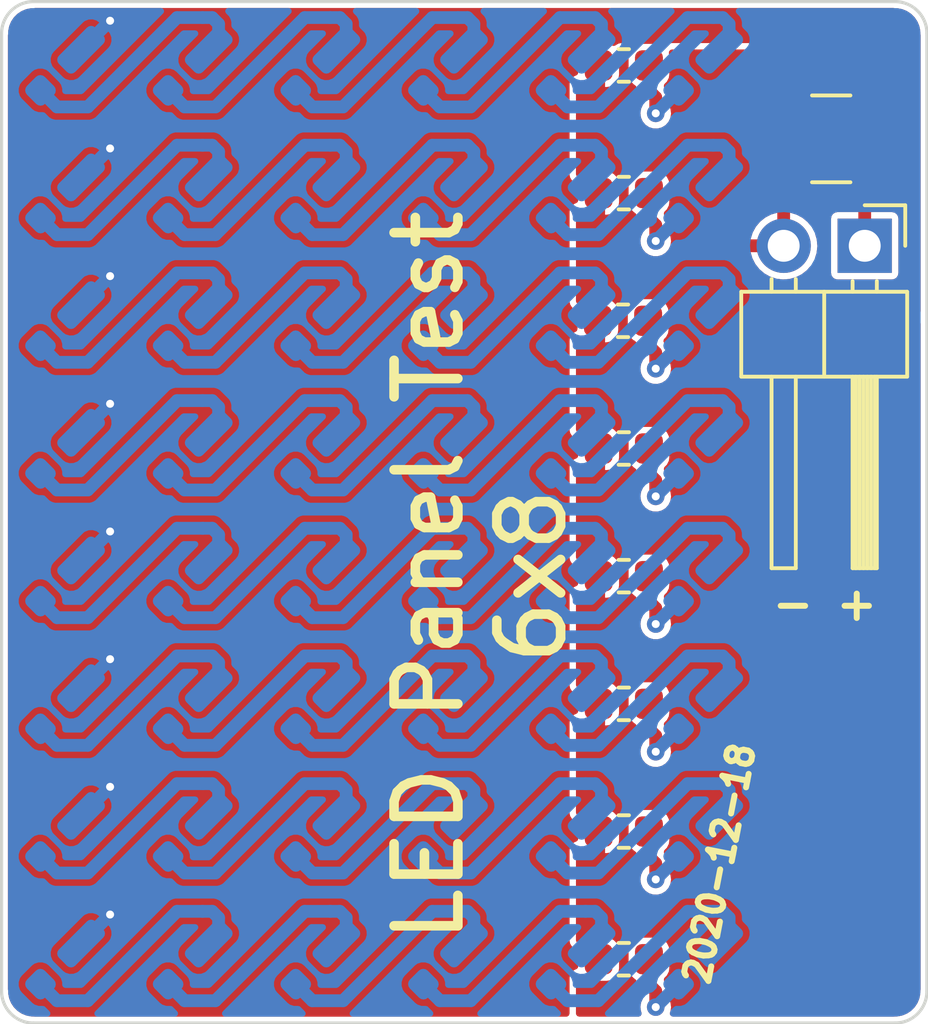
<source format=kicad_pcb>
(kicad_pcb (version 20201116) (generator pcbnew)
  (title_block (title "Led Panel") (date "2020-12-18") (rev "r1.0"))
  (layers (0 "F.Cu" signal) (31 "B.Cu" signal) (34 "B.Paste" user) (35 "F.Paste" user) (36 "B.SilkS" user "B.Silkscreen") (37 "F.SilkS" user "F.Silkscreen") (38 "B.Mask" user) (39 "F.Mask" user) (44 "Edge.Cuts" user))
  (net 0 "")
  (net 1 "GND")
  (net 2 "Net-(C1-Pad1)")
  (net 3 "Net-(D1-Pad1)")
  (net 4 "Net-(D5-Pad1)")
  (net 5 "Net-(D6-Pad1)")
  (net 6 "Net-(D7-Pad1)")
  (net 7 "Net-(D8-Pad1)")
  (net 8 "Net-(D2-Pad1)")
  (net 9 "Net-(D3-Pad1)")
  (net 10 "Net-(D4-Pad1)")
  (net 11 "Net-(D25-Pad1)")
  (net 12 "Net-(D26-Pad1)")
  (net 13 "Net-(D27-Pad1)")
  (net 14 "Net-(D10-Pad2)")
  (net 15 "Net-(D10-Pad1)")
  (net 16 "Net-(D11-Pad1)")
  (net 17 "Net-(D12-Pad1)")
  (net 18 "Net-(D13-Pad1)")
  (net 19 "Net-(D14-Pad1)")
  (net 20 "Net-(D15-Pad1)")
  (net 21 "Net-(D28-Pad1)")
  (net 22 "Net-(D16-Pad1)")
  (net 23 "Net-(D17-Pad1)")
  (net 24 "Net-(D29-Pad1)")
  (net 25 "Net-(D19-Pad1)")
  (net 26 "Net-(D20-Pad1)")
  (net 27 "Net-(D21-Pad1)")
  (net 28 "Net-(D30-Pad1)")
  (net 29 "Net-(D22-Pad1)")
  (net 30 "Net-(D23-Pad1)")
  (net 31 "Net-(D31-Pad1)")
  (net 32 "Net-(D18-Pad1)")
  (net 33 "Net-(D24-Pad1)")
  (net 34 "Net-(D32-Pad1)")
  (net 35 "Net-(D33-Pad1)")
  (net 36 "Net-(D34-Pad1)")
  (net 37 "Net-(D35-Pad1)")
  (net 38 "Net-(D36-Pad1)")
  (net 39 "Net-(D37-Pad1)")
  (net 40 "Net-(D38-Pad1)")
  (net 41 "Net-(D39-Pad1)")
  (net 42 "Net-(D40-Pad1)")
  (net 43 "Net-(D41-Pad1)")
  (net 44 "Net-(D42-Pad1)")
  (net 45 "Net-(D43-Pad1)")
  (net 46 "Net-(D44-Pad1)")
  (net 47 "Net-(D45-Pad1)")
  (net 48 "Net-(D46-Pad1)")
  (net 49 "Net-(D47-Pad1)")
  (net 50 "Net-(D48-Pad1)")
  (footprint "Resistor_SMD:R_0603_1608Metric" (layer "F.Cu") (at 177.5 100)
    (fp_text reference "R4" hide)
    (fp_text value "10R" hide)
  )
  (footprint "Resistor_SMD:R_0603_1608Metric" (layer "F.Cu") (at 177.5 112)
    (fp_text reference "R7" hide)
    (fp_text value "10R" hide)
  )
  (footprint "Resistor_SMD:R_0603_1608Metric" (layer "F.Cu") (at 177.5 92)
    (fp_text reference "R2" hide)
    (fp_text value "10R" hide)
  )
  (footprint "Connector_PinHeader_2.54mm:PinHeader_1x02_P2.54mm_Horizontal" (layer "F.Cu") (at 185.05 93.65 -90)
    (fp_text reference "J1" hide)
    (fp_text value "Conn_01x02_Male" hide)
  )
  (footprint "Resistor_SMD:R_0603_1608Metric" (layer "F.Cu") (at 177.475 96)
    (fp_text reference "R3" hide)
    (fp_text value "10R" hide)
  )
  (footprint "Capacitor_SMD:C_1210_3225Metric" (layer "F.Cu") (at 184 90.3 180)
    (fp_text reference "C1" hide)
    (fp_text value "22uF" hide)
  )
  (footprint "gkl_logos:gsd_logo_small" (layer "F.Cu") (at 184.5 116.5)
    (fp_text reference "G***" hide)
    (fp_text value "LOGO" hide)
  )
  (footprint "gkl_logos:oshw_small" (layer "F.Cu") (at 182.5 113)
    (fp_text reference "G***" hide)
    (fp_text value "LOGO" hide)
  )
  (footprint "Resistor_SMD:R_0603_1608Metric" (layer "F.Cu") (at 177.5 116)
    (fp_text reference "R8" hide)
    (fp_text value "10R" hide)
  )
  (footprint "Resistor_SMD:R_0603_1608Metric" (layer "F.Cu") (at 177.5 108)
    (fp_text reference "R6" hide)
    (fp_text value "10R" hide)
  )
  (footprint "Resistor_SMD:R_0603_1608Metric" (layer "F.Cu") (at 177.5 104)
    (fp_text reference "R5" hide)
    (fp_text value "10R" hide)
  )
  (footprint "Resistor_SMD:R_0603_1608Metric" (layer "F.Cu") (at 177.5 88)
    (fp_text reference "R1" hide)
    (fp_text value "10R" hide)
  )
  (footprint "gsd-footprints:LED_LUXEON_3014" (layer "B.Cu") (at 172 112 45)
    (fp_text reference "D40" hide)
    (fp_text value "LED_ALT" hide)
  )
  (footprint "gsd-footprints:LED_LUXEON_3014" (layer "B.Cu") (at 172 100 45)
    (fp_text reference "D22" hide)
    (fp_text value "LED_ALT" hide)
  )
  (footprint "gsd-footprints:LED_LUXEON_3014" (layer "B.Cu") (at 160 92 45)
    (fp_text reference "D7" hide)
    (fp_text value "LED_ALT" hide)
  )
  (footprint "gsd-footprints:LED_LUXEON_3014" (layer "B.Cu") (at 180 92 45)
    (fp_text reference "D12" hide)
    (fp_text value "LED_ALT" hide)
  )
  (footprint "gsd-footprints:LED_LUXEON_3014" (layer "B.Cu") (at 168 104 45)
    (fp_text reference "D27" hide)
    (fp_text value "LED_ALT" hide)
  )
  (footprint "gsd-footprints:LED_LUXEON_3014" (layer "B.Cu") (at 176 112 45)
    (fp_text reference "D41" hide)
    (fp_text value "LED_ALT" hide)
  )
  (footprint "gsd-footprints:LED_LUXEON_3014" (layer "B.Cu") (at 176 108 45)
    (fp_text reference "D35" hide)
    (fp_text value "LED_ALT" hide)
  )
  (footprint "gsd-footprints:LED_LUXEON_3014" (layer "B.Cu") (at 168 100 45)
    (fp_text reference "D21" hide)
    (fp_text value "LED_ALT" hide)
  )
  (footprint "gsd-footprints:LED_LUXEON_3014" (layer "B.Cu") (at 172 108 45)
    (fp_text reference "D34" hide)
    (fp_text value "LED_ALT" hide)
  )
  (footprint "gsd-footprints:LED_LUXEON_3014" (layer "B.Cu") (at 160 112 45)
    (fp_text reference "D37" hide)
    (fp_text value "LED_ALT" hide)
  )
  (footprint "gsd-footprints:LED_LUXEON_3014" (layer "B.Cu") (at 164 100 45)
    (fp_text reference "D20" hide)
    (fp_text value "LED_ALT" hide)
  )
  (footprint "gsd-footprints:LED_LUXEON_3014" (layer "B.Cu") (at 164 96 45)
    (fp_text reference "D14" hide)
    (fp_text value "LED_ALT" hide)
  )
  (footprint "gsd-footprints:LED_LUXEON_3014" (layer "B.Cu") (at 160 116 45)
    (fp_text reference "D43" hide)
    (fp_text value "LED_ALT" hide)
  )
  (footprint "gsd-footprints:LED_LUXEON_3014" (layer "B.Cu") (at 160 104 45)
    (fp_text reference "D25" hide)
    (fp_text value "LED_ALT" hide)
  )
  (footprint "gsd-footprints:LED_LUXEON_3014" (layer "B.Cu") (at 176 100 45)
    (fp_text reference "D23" hide)
    (fp_text value "LED_ALT" hide)
  )
  (footprint "gsd-footprints:LED_LUXEON_3014" (layer "B.Cu") (at 164 108 45)
    (fp_text reference "D32" hide)
    (fp_text value "LED_ALT" hide)
  )
  (footprint "gsd-footprints:LED_LUXEON_3014" (layer "B.Cu") (at 160 88 45)
    (fp_text reference "D1" hide)
    (fp_text value "LED_ALT" hide)
  )
  (footprint "gsd-footprints:LED_LUXEON_3014" (layer "B.Cu") (at 176 88 45)
    (fp_text reference "D5" hide)
    (fp_text value "LED_ALT" hide)
  )
  (footprint "gsd-footprints:LED_LUXEON_3014" (layer "B.Cu") (at 164 88 45)
    (fp_text reference "D2" hide)
    (fp_text value "LED_ALT" hide)
  )
  (footprint "gsd-footprints:LED_LUXEON_3014" (layer "B.Cu") (at 160 96 45)
    (fp_text reference "D13" hide)
    (fp_text value "LED_ALT" hide)
  )
  (footprint "gsd-footprints:LED_LUXEON_3014" (layer "B.Cu") (at 180 100 45)
    (fp_text reference "D24" hide)
    (fp_text value "LED_ALT" hide)
  )
  (footprint "gsd-footprints:LED_LUXEON_3014" (layer "B.Cu") (at 164 112 45)
    (fp_text reference "D38" hide)
    (fp_text value "LED_ALT" hide)
  )
  (footprint "gsd-footprints:LED_LUXEON_3014" (layer "B.Cu") (at 176 92 45)
    (fp_text reference "D11" hide)
    (fp_text value "LED_ALT" hide)
  )
  (footprint "gsd-footprints:LED_LUXEON_3014" (layer "B.Cu") (at 180 104 45)
    (fp_text reference "D30" hide)
    (fp_text value "LED_ALT" hide)
  )
  (footprint "gsd-footprints:LED_LUXEON_3014" (layer "B.Cu") (at 180 88 45)
    (fp_text reference "D6" hide)
    (fp_text value "LED_ALT" hide)
  )
  (footprint "gsd-footprints:LED_LUXEON_3014" (layer "B.Cu") (at 180 116 45)
    (fp_text reference "D48" hide)
    (fp_text value "LED_ALT" hide)
  )
  (footprint "gsd-footprints:LED_LUXEON_3014" (layer "B.Cu") (at 176 104 45)
    (fp_text reference "D29" hide)
    (fp_text value "LED_ALT" hide)
  )
  (footprint "gsd-footprints:LED_LUXEON_3014" (layer "B.Cu") (at 172 88 45)
    (fp_text reference "D4" hide)
    (fp_text value "LED_ALT" hide)
  )
  (footprint "gsd-footprints:LED_LUXEON_3014" (layer "B.Cu") (at 168 96 45)
    (fp_text reference "D15" hide)
    (fp_text value "LED_ALT" hide)
  )
  (footprint "gsd-footprints:LED_LUXEON_3014" (layer "B.Cu") (at 164 92 45)
    (fp_text reference "D8" hide)
    (fp_text value "LED_ALT" hide)
  )
  (footprint "gsd-footprints:LED_LUXEON_3014" (layer "B.Cu") (at 164 104 45)
    (fp_text reference "D26" hide)
    (fp_text value "LED_ALT" hide)
  )
  (footprint "gsd-footprints:LED_LUXEON_3014" (layer "B.Cu") (at 164 116 45)
    (fp_text reference "D44" hide)
    (fp_text value "LED_ALT" hide)
  )
  (footprint "gsd-footprints:LED_LUXEON_3014" (layer "B.Cu") (at 168 116 45)
    (fp_text reference "D45" hide)
    (fp_text value "LED_ALT" hide)
  )
  (footprint "gsd-footprints:LED_LUXEON_3014" (layer "B.Cu") (at 180 108 45)
    (fp_text reference "D36" hide)
    (fp_text value "LED_ALT" hide)
  )
  (footprint "gsd-footprints:LED_LUXEON_3014" (layer "B.Cu") (at 160 100 45)
    (fp_text reference "D19" hide)
    (fp_text value "LED_ALT" hide)
  )
  (footprint "gsd-footprints:LED_LUXEON_3014" (layer "B.Cu") (at 168 88 45)
    (fp_text reference "D3" hide)
    (fp_text value "LED_ALT" hide)
  )
  (footprint "gsd-footprints:LED_LUXEON_3014" (layer "B.Cu") (at 176 116 45)
    (fp_text reference "D47" hide)
    (fp_text value "LED_ALT" hide)
  )
  (footprint "gsd-footprints:LED_LUXEON_3014" (layer "B.Cu") (at 168 92 45)
    (fp_text reference "D9" hide)
    (fp_text value "LED_ALT" hide)
  )
  (footprint "gsd-footprints:LED_LUXEON_3014" (layer "B.Cu") (at 168 112 45)
    (fp_text reference "D39" hide)
    (fp_text value "LED_ALT" hide)
  )
  (footprint "gsd-footprints:LED_LUXEON_3014" (layer "B.Cu") (at 160 108 45)
    (fp_text reference "D31" hide)
    (fp_text value "LED_ALT" hide)
  )
  (footprint "gsd-footprints:LED_LUXEON_3014" (layer "B.Cu") (at 172 116 45)
    (fp_text reference "D46" hide)
    (fp_text value "LED_ALT" hide)
  )
  (footprint "gsd-footprints:LED_LUXEON_3014" (layer "B.Cu") (at 180 112 45)
    (fp_text reference "D42" hide)
    (fp_text value "LED_ALT" hide)
  )
  (footprint "gsd-footprints:LED_LUXEON_3014" (layer "B.Cu") (at 180 96 45)
    (fp_text reference "D18" hide)
    (fp_text value "LED_ALT" hide)
  )
  (footprint "gsd-footprints:LED_LUXEON_3014" (layer "B.Cu") (at 172 92 45)
    (fp_text reference "D10" hide)
    (fp_text value "LED_ALT" hide)
  )
  (footprint "gsd-footprints:LED_LUXEON_3014" (layer "B.Cu") (at 168 108 45)
    (fp_text reference "D33" hide)
    (fp_text value "LED_ALT" hide)
  )
  (footprint "gsd-footprints:LED_LUXEON_3014" (layer "B.Cu") (at 172 104 45)
    (fp_text reference "D28" hide)
    (fp_text value "LED_ALT" hide)
  )
  (footprint "gsd-footprints:LED_LUXEON_3014" (layer "B.Cu") (at 172 96 45)
    (fp_text reference "D16" hide)
    (fp_text value "LED_ALT" hide)
  )
  (footprint "gsd-footprints:LED_LUXEON_3014" (layer "B.Cu") (at 176 96 45)
    (fp_text reference "D17" hide)
    (fp_text value "LED_ALT" hide)
  )
  (gr_line (start 159 86) (end 186 86) (layer "Edge.Cuts") (width 0.1))
  (gr_arc (start 158.999999 87) (end 159 86) (angle -90) (layer "Edge.Cuts") (width 0.1))
  (gr_arc (start 186 117) (end 186 118) (angle -90) (layer "Edge.Cuts") (width 0.1))
  (gr_arc (start 159 117) (end 158 117) (angle -90) (layer "Edge.Cuts") (width 0.1))
  (gr_arc (start 186 87) (end 187 87) (angle -90) (layer "Edge.Cuts") (width 0.1))
  (gr_line (start 186 118) (end 159 118) (layer "Edge.Cuts") (width 0.1))
  (gr_line (start 158 117) (end 157.999999 87.000001) (layer "Edge.Cuts") (width 0.1))
  (gr_line (start 187 87) (end 187 117) (layer "Edge.Cuts") (width 0.1))
  (gr_text "2020-12-18" (at 180.5 113 79) (layer "F.SilkS") (effects (font (size 0.8 0.75) (thickness 0.1875))))
  (gr_text "LED Panel Test\n6x8" (at 173 104 90) (layer "F.SilkS") (effects (font (size 2 2) (thickness 0.3))))
  (gr_text "+ -" (at 183.8 105 180) (layer "F.SilkS") (effects (font (size 1 1) (thickness 0.1875))))
  (segment (start 176.7125 94.5125) (end 176.7125 116) (width 0.4) (layer "F.Cu") (net 1))
  (segment (start 182.6 90.3) (end 182.6 92.1) (width 0.4) (layer "F.Cu") (net 1))
  (segment (start 180.55 93.65) (end 179.6875 94.5125) (width 0.4) (layer "F.Cu") (net 1))
  (segment (start 182.6 92.1) (end 182.51 92.19) (width 0.4) (layer "F.Cu") (net 1))
  (segment (start 182.51 93.65) (end 180.55 93.65) (width 0.4) (layer "F.Cu") (net 1))
  (segment (start 176.7125 88) (end 176.7125 94.5125) (width 0.4) (layer "F.Cu") (net 1))
  (segment (start 179.6875 94.5125) (end 176.7125 94.5125) (width 0.4) (layer "F.Cu") (net 1))
  (segment (start 182.51 92.19) (end 182.51 93.65) (width 0.4) (layer "F.Cu") (net 1))
  (segment (start 165.6 88.6) (end 161.4 88.6) (width 0.4) (layer "F.Cu") (net 2))
  (segment (start 161.4 86.6) (end 161.4 88.6) (width 0.4) (layer "F.Cu") (net 2))
  (segment (start 181.5 86.8) (end 184 86.8) (width 0.4) (layer "F.Cu") (net 2))
  (segment (start 161.4 90.6) (end 161.4 114.6) (width 0.4) (layer "F.Cu") (net 2))
  (segment (start 185.05 91.95) (end 185.05 93.65) (width 0.4) (layer "F.Cu") (net 2))
  (segment (start 184 86.8) (end 185.4 88.2) (width 0.4) (layer "F.Cu") (net 2))
  (segment (start 181.5 86.8) (end 167.4 86.8) (width 0.4) (layer "F.Cu") (net 2))
  (segment (start 167.4 86.8) (end 165.6 88.6) (width 0.4) (layer "F.Cu") (net 2))
  (segment (start 185.4 88.2) (end 185.4 90.3) (width 0.4) (layer "F.Cu") (net 2))
  (segment (start 185.4 90.3) (end 185.4 91.6) (width 0.4) (layer "F.Cu") (net 2))
  (segment (start 185.4 91.6) (end 185.05 91.95) (width 0.4) (layer "F.Cu") (net 2))
  (segment (start 161.4 88.6) (end 161.4 90.6) (width 0.4) (layer "F.Cu") (net 2))
  (via (at 161.4 86.6) (size 0.55) (drill 0.25) (layers "F.Cu" "B.Cu") (net 2))
  (via (at 161.4 110.6) (size 0.55) (drill 0.25) (layers "F.Cu" "B.Cu") (net 2))
  (via (at 161.4 114.6) (size 0.55) (drill 0.25) (layers "F.Cu" "B.Cu") (net 2))
  (via (at 161.4 90.6) (size 0.55) (drill 0.25) (layers "F.Cu" "B.Cu") (net 2))
  (via (at 161.4 94.6) (size 0.55) (drill 0.25) (layers "F.Cu" "B.Cu") (net 2))
  (via (at 161.4 106.6) (size 0.55) (drill 0.25) (layers "F.Cu" "B.Cu") (net 2))
  (via (at 161.4 98.6) (size 0.55) (drill 0.25) (layers "F.Cu" "B.Cu") (net 2))
  (via (at 161.4 102.6) (size 0.55) (drill 0.25) (layers "F.Cu" "B.Cu") (net 2))
  (segment (start 160.491439 103.508561) (end 161.4 102.6) (width 0.4) (layer "B.Cu") (net 2))
  (segment (start 160.491439 111.508561) (end 161.4 110.6) (width 0.4) (layer "B.Cu") (net 2))
  (segment (start 160.491439 95.508561) (end 161.4 94.6) (width 0.4) (layer "B.Cu") (net 2))
  (segment (start 160.491439 99.508561) (end 161.4 98.6) (width 0.4) (layer "B.Cu") (net 2))
  (segment (start 160.491439 115.508561) (end 161.4 114.6) (width 0.4) (layer "B.Cu") (net 2))
  (segment (start 160.491439 107.508561) (end 161.4 106.6) (width 0.4) (layer "B.Cu") (net 2))
  (segment (start 160.491439 87.508561) (end 161.4 86.6) (width 0.4) (layer "B.Cu") (net 2))
  (segment (start 160.491439 91.508561) (end 161.4 90.6) (width 0.4) (layer "B.Cu") (net 2))
  (segment (start 164.3 86.5) (end 164.6 86.5) (width 0.4) (layer "B.Cu") (net 3))
  (segment (start 164.3 86.5) (end 163.5 86.5) (width 0.4) (layer "B.Cu") (net 3))
  (segment (start 160.7 89.3) (end 159.737294 89.3) (width 0.4) (layer "B.Cu") (net 3))
  (segment (start 164.6 86.5) (end 164.8 86.7) (width 0.4) (layer "B.Cu") (net 3))
  (segment (start 164.8 87.2) (end 164.8 86.7) (width 0.4) (layer "B.Cu") (net 3))
  (segment (start 164.491439 87.508561) (end 164.8 87.2) (width 0.4) (layer "B.Cu") (net 3))
  (segment (start 163.5 86.5) (end 160.7 89.3) (width 0.4) (layer "B.Cu") (net 3))
  (segment (start 159.737294 89.3) (end 159.218647 88.781353) (width 0.4) (layer "B.Cu") (net 3))
  (segment (start 180.8 87.2) (end 180.8 86.7) (width 0.4) (layer "B.Cu") (net 4))
  (segment (start 176.7 89.3) (end 175.737294 89.3) (width 0.4) (layer "B.Cu") (net 4))
  (segment (start 180.491439 87.508561) (end 180.8 87.2) (width 0.4) (layer "B.Cu") (net 4))
  (segment (start 179.5 86.5) (end 176.7 89.3) (width 0.4) (layer "B.Cu") (net 4))
  (segment (start 180.3 86.5) (end 179.5 86.5) (width 0.4) (layer "B.Cu") (net 4))
  (segment (start 180.3 86.5) (end 180.6 86.5) (width 0.4) (layer "B.Cu") (net 4))
  (segment (start 180.6 86.5) (end 180.8 86.7) (width 0.4) (layer "B.Cu") (net 4))
  (segment (start 175.737294 89.3) (end 175.218647 88.781353) (width 0.4) (layer "B.Cu") (net 4))
  (segment (start 178.5 89) (end 178.5 89.5) (width 0.4) (layer "F.Cu") (net 5))
  (segment (start 178.2875 88) (end 178.3 88.0125) (width 0.4) (layer "F.Cu") (net 5))
  (segment (start 178.3 88.0125) (end 178.3 88.8) (width 0.4) (layer "F.Cu") (net 5))
  (segment (start 178.3 88.8) (end 178.5 89) (width 0.4) (layer "F.Cu") (net 5))
  (via (at 178.5 89.5) (size 0.55) (drill 0.25) (layers "F.Cu" "B.Cu") (net 5))
  (segment (start 178.5 89.5) (end 179.218647 88.781353) (width 0.4) (layer "B.Cu") (net 5))
  (segment (start 164.3 90.5) (end 164.6 90.5) (width 0.4) (layer "B.Cu") (net 6))
  (segment (start 164.6 90.5) (end 164.8 90.7) (width 0.4) (layer "B.Cu") (net 6))
  (segment (start 159.737294 93.3) (end 159.218647 92.781353) (width 0.4) (layer "B.Cu") (net 6))
  (segment (start 164.3 90.5) (end 163.5 90.5) (width 0.4) (layer "B.Cu") (net 6))
  (segment (start 160.7 93.3) (end 159.737294 93.3) (width 0.4) (layer "B.Cu") (net 6))
  (segment (start 164.491439 91.508561) (end 164.8 91.2) (width 0.4) (layer "B.Cu") (net 6))
  (segment (start 163.5 90.5) (end 160.7 93.3) (width 0.4) (layer "B.Cu") (net 6))
  (segment (start 164.8 91.2) (end 164.8 90.7) (width 0.4) (layer "B.Cu") (net 6))
  (segment (start 164.7 93.3) (end 163.737294 93.3) (width 0.4) (layer "B.Cu") (net 7))
  (segment (start 168.491439 91.508561) (end 168.8 91.2) (width 0.4) (layer "B.Cu") (net 7))
  (segment (start 168.8 91.2) (end 168.8 90.7) (width 0.4) (layer "B.Cu") (net 7))
  (segment (start 163.737294 93.3) (end 163.218647 92.781353) (width 0.4) (layer "B.Cu") (net 7))
  (segment (start 168.3 90.5) (end 168.6 90.5) (width 0.4) (layer "B.Cu") (net 7))
  (segment (start 168.6 90.5) (end 168.8 90.7) (width 0.4) (layer "B.Cu") (net 7))
  (segment (start 167.5 90.5) (end 164.7 93.3) (width 0.4) (layer "B.Cu") (net 7))
  (segment (start 168.3 90.5) (end 167.5 90.5) (width 0.4) (layer "B.Cu") (net 7))
  (segment (start 168.3 86.5) (end 168.6 86.5) (width 0.4) (layer "B.Cu") (net 8))
  (segment (start 168.3 86.5) (end 167.5 86.5) (width 0.4) (layer "B.Cu") (net 8))
  (segment (start 168.6 86.5) (end 168.8 86.7) (width 0.4) (layer "B.Cu") (net 8))
  (segment (start 163.737294 89.3) (end 163.218647 88.781353) (width 0.4) (layer "B.Cu") (net 8))
  (segment (start 168.491439 87.508561) (end 168.8 87.2) (width 0.4) (layer "B.Cu") (net 8))
  (segment (start 164.7 89.3) (end 163.737294 89.3) (width 0.4) (layer "B.Cu") (net 8))
  (segment (start 167.5 86.5) (end 164.7 89.3) (width 0.4) (layer "B.Cu") (net 8))
  (segment (start 168.8 87.2) (end 168.8 86.7) (width 0.4) (layer "B.Cu") (net 8))
  (segment (start 171.5 86.5) (end 168.7 89.3) (width 0.4) (layer "B.Cu") (net 9))
  (segment (start 172.6 86.5) (end 172.8 86.7) (width 0.4) (layer "B.Cu") (net 9))
  (segment (start 167.737294 89.3) (end 167.218647 88.781353) (width 0.4) (layer "B.Cu") (net 9))
  (segment (start 172.8 87.2) (end 172.8 86.7) (width 0.4) (layer "B.Cu") (net 9))
  (segment (start 172.3 86.5) (end 172.6 86.5) (width 0.4) (layer "B.Cu") (net 9))
  (segment (start 172.3 86.5) (end 171.5 86.5) (width 0.4) (layer "B.Cu") (net 9))
  (segment (start 168.7 89.3) (end 167.737294 89.3) (width 0.4) (layer "B.Cu") (net 9))
  (segment (start 172.491439 87.508561) (end 172.8 87.2) (width 0.4) (layer "B.Cu") (net 9))
  (segment (start 176.3 86.5) (end 176.6 86.5) (width 0.4) (layer "B.Cu") (net 10))
  (segment (start 176.6 86.5) (end 176.8 86.7) (width 0.4) (layer "B.Cu") (net 10))
  (segment (start 176.8 87.2) (end 176.8 86.7) (width 0.4) (layer "B.Cu") (net 10))
  (segment (start 176.3 86.5) (end 175.5 86.5) (width 0.4) (layer "B.Cu") (net 10))
  (segment (start 176.491439 87.508561) (end 176.8 87.2) (width 0.4) (layer "B.Cu") (net 10))
  (segment (start 172.7 89.3) (end 171.737294 89.3) (width 0.4) (layer "B.Cu") (net 10))
  (segment (start 175.5 86.5) (end 172.7 89.3) (width 0.4) (layer "B.Cu") (net 10))
  (segment (start 171.737294 89.3) (end 171.218647 88.781353) (width 0.4) (layer "B.Cu") (net 10))
  (segment (start 164.491439 103.508561) (end 164.8 103.2) (width 0.4) (layer "B.Cu") (net 11))
  (segment (start 160.7 105.3) (end 159.737294 105.3) (width 0.4) (layer "B.Cu") (net 11))
  (segment (start 163.5 102.5) (end 160.7 105.3) (width 0.4) (layer "B.Cu") (net 11))
  (segment (start 164.3 102.5) (end 163.5 102.5) (width 0.4) (layer "B.Cu") (net 11))
  (segment (start 164.8 103.2) (end 164.8 102.7) (width 0.4) (layer "B.Cu") (net 11))
  (segment (start 164.6 102.5) (end 164.8 102.7) (width 0.4) (layer "B.Cu") (net 11))
  (segment (start 159.737294 105.3) (end 159.218647 104.781353) (width 0.4) (layer "B.Cu") (net 11))
  (segment (start 164.3 102.5) (end 164.6 102.5) (width 0.4) (layer "B.Cu") (net 11))
  (segment (start 164.7 105.3) (end 163.737294 105.3) (width 0.4) (layer "B.Cu") (net 12))
  (segment (start 163.737294 105.3) (end 163.218647 104.781353) (width 0.4) (layer "B.Cu") (net 12))
  (segment (start 168.3 102.5) (end 168.6 102.5) (width 0.4) (layer "B.Cu") (net 12))
  (segment (start 168.491439 103.508561) (end 168.8 103.2) (width 0.4) (layer "B.Cu") (net 12))
  (segment (start 168.8 103.2) (end 168.8 102.7) (width 0.4) (layer "B.Cu") (net 12))
  (segment (start 168.6 102.5) (end 168.8 102.7) (width 0.4) (layer "B.Cu") (net 12))
  (segment (start 167.5 102.5) (end 164.7 105.3) (width 0.4) (layer "B.Cu") (net 12))
  (segment (start 168.3 102.5) (end 167.5 102.5) (width 0.4) (layer "B.Cu") (net 12))
  (segment (start 167.737294 105.3) (end 167.218647 104.781353) (width 0.4) (layer "B.Cu") (net 13))
  (segment (start 172.6 102.5) (end 172.8 102.7) (width 0.4) (layer "B.Cu") (net 13))
  (segment (start 171.5 102.5) (end 168.7 105.3) (width 0.4) (layer "B.Cu") (net 13))
  (segment (start 172.3 102.5) (end 171.5 102.5) (width 0.4) (layer "B.Cu") (net 13))
  (segment (start 168.7 105.3) (end 167.737294 105.3) (width 0.4) (layer "B.Cu") (net 13))
  (segment (start 172.8 103.2) (end 172.8 102.7) (width 0.4) (layer "B.Cu") (net 13))
  (segment (start 172.3 102.5) (end 172.6 102.5) (width 0.4) (layer "B.Cu") (net 13))
  (segment (start 172.491439 103.508561) (end 172.8 103.2) (width 0.4) (layer "B.Cu") (net 13))
  (segment (start 172.6 90.5) (end 172.8 90.7) (width 0.4) (layer "B.Cu") (net 14))
  (segment (start 171.5 90.5) (end 168.7 93.3) (width 0.4) (layer "B.Cu") (net 14))
  (segment (start 172.3 90.5) (end 172.6 90.5) (width 0.4) (layer "B.Cu") (net 14))
  (segment (start 172.3 90.5) (end 171.5 90.5) (width 0.4) (layer "B.Cu") (net 14))
  (segment (start 172.491439 91.508561) (end 172.8 91.2) (width 0.4) (layer "B.Cu") (net 14))
  (segment (start 167.737294 93.3) (end 167.218647 92.781353) (width 0.4) (layer "B.Cu") (net 14))
  (segment (start 172.8 91.2) (end 172.8 90.7) (width 0.4) (layer "B.Cu") (net 14))
  (segment (start 168.7 93.3) (end 167.737294 93.3) (width 0.4) (layer "B.Cu") (net 14))
  (segment (start 176.491439 91.508561) (end 176.8 91.2) (width 0.4) (layer "B.Cu") (net 15))
  (segment (start 176.8 91.2) (end 176.8 90.7) (width 0.4) (layer "B.Cu") (net 15))
  (segment (start 176.3 90.5) (end 176.6 90.5) (width 0.4) (layer "B.Cu") (net 15))
  (segment (start 176.6 90.5) (end 176.8 90.7) (width 0.4) (layer "B.Cu") (net 15))
  (segment (start 175.5 90.5) (end 172.7 93.3) (width 0.4) (layer "B.Cu") (net 15))
  (segment (start 172.7 93.3) (end 171.737294 93.3) (width 0.4) (layer "B.Cu") (net 15))
  (segment (start 176.3 90.5) (end 175.5 90.5) (width 0.4) (layer "B.Cu") (net 15))
  (segment (start 171.737294 93.3) (end 171.218647 92.781353) (width 0.4) (layer "B.Cu") (net 15))
  (segment (start 175.737294 93.3) (end 175.218647 92.781353) (width 0.4) (layer "B.Cu") (net 16))
  (segment (start 180.491439 91.508561) (end 180.8 91.2) (width 0.4) (layer "B.Cu") (net 16))
  (segment (start 180.3 90.5) (end 179.5 90.5) (width 0.4) (layer "B.Cu") (net 16))
  (segment (start 180.3 90.5) (end 180.6 90.5) (width 0.4) (layer "B.Cu") (net 16))
  (segment (start 176.7 93.3) (end 175.737294 93.3) (width 0.4) (layer "B.Cu") (net 16))
  (segment (start 180.6 90.5) (end 180.8 90.7) (width 0.4) (layer "B.Cu") (net 16))
  (segment (start 180.8 91.2) (end 180.8 90.7) (width 0.4) (layer "B.Cu") (net 16))
  (segment (start 179.5 90.5) (end 176.7 93.3) (width 0.4) (layer "B.Cu") (net 16))
  (segment (start 178.2875 92) (end 178.3 92.0125) (width 0.4) (layer "F.Cu") (net 17))
  (segment (start 178.3 92.8) (end 178.5 93) (width 0.4) (layer "F.Cu") (net 17))
  (segment (start 178.5 93) (end 178.5 93.5) (width 0.4) (layer "F.Cu") (net 17))
  (segment (start 178.3 92.0125) (end 178.3 92.8) (width 0.4) (layer "F.Cu") (net 17))
  (via (at 178.5 93.5) (size 0.55) (drill 0.25) (layers "F.Cu" "B.Cu") (net 17))
  (segment (start 178.5 93.5) (end 179.218647 92.781353) (width 0.4) (layer "B.Cu") (net 17))
  (segment (start 159.737294 97.3) (end 159.218647 96.781353) (width 0.4) (layer "B.Cu") (net 18))
  (segment (start 164.491439 95.508561) (end 164.8 95.2) (width 0.4) (layer "B.Cu") (net 18))
  (segment (start 164.6 94.5) (end 164.8 94.7) (width 0.4) (layer "B.Cu") (net 18))
  (segment (start 164.8 95.2) (end 164.8 94.7) (width 0.4) (layer "B.Cu") (net 18))
  (segment (start 163.5 94.5) (end 160.7 97.3) (width 0.4) (layer "B.Cu") (net 18))
  (segment (start 164.3 94.5) (end 163.5 94.5) (width 0.4) (layer "B.Cu") (net 18))
  (segment (start 160.7 97.3) (end 159.737294 97.3) (width 0.4) (layer "B.Cu") (net 18))
  (segment (start 164.3 94.5) (end 164.6 94.5) (width 0.4) (layer "B.Cu") (net 18))
  (segment (start 164.7 97.3) (end 163.737294 97.3) (width 0.4) (layer "B.Cu") (net 19))
  (segment (start 167.5 94.5) (end 164.7 97.3) (width 0.4) (layer "B.Cu") (net 19))
  (segment (start 168.6 94.5) (end 168.8 94.7) (width 0.4) (layer "B.Cu") (net 19))
  (segment (start 168.491439 95.508561) (end 168.8 95.2) (width 0.4) (layer "B.Cu") (net 19))
  (segment (start 168.3 94.5) (end 168.6 94.5) (width 0.4) (layer "B.Cu") (net 19))
  (segment (start 163.737294 97.3) (end 163.218647 96.781353) (width 0.4) (layer "B.Cu") (net 19))
  (segment (start 168.3 94.5) (end 167.5 94.5) (width 0.4) (layer "B.Cu") (net 19))
  (segment (start 168.8 95.2) (end 168.8 94.7) (width 0.4) (layer "B.Cu") (net 19))
  (segment (start 172.491439 95.508561) (end 172.8 95.2) (width 0.4) (layer "B.Cu") (net 20))
  (segment (start 171.5 94.5) (end 168.7 97.3) (width 0.4) (layer "B.Cu") (net 20))
  (segment (start 172.6 94.5) (end 172.8 94.7) (width 0.4) (layer "B.Cu") (net 20))
  (segment (start 168.7 97.3) (end 167.737294 97.3) (width 0.4) (layer "B.Cu") (net 20))
  (segment (start 172.3 94.5) (end 171.5 94.5) (width 0.4) (layer "B.Cu") (net 20))
  (segment (start 172.8 95.2) (end 172.8 94.7) (width 0.4) (layer "B.Cu") (net 20))
  (segment (start 172.3 94.5) (end 172.6 94.5) (width 0.4) (layer "B.Cu") (net 20))
  (segment (start 167.737294 97.3) (end 167.218647 96.781353) (width 0.4) (layer "B.Cu") (net 20))
  (segment (start 176.8 103.2) (end 176.8 102.7) (width 0.4) (layer "B.Cu") (net 21))
  (segment (start 176.3 102.5) (end 175.5 102.5) (width 0.4) (layer "B.Cu") (net 21))
  (segment (start 176.3 102.5) (end 176.6 102.5) (width 0.4) (layer "B.Cu") (net 21))
  (segment (start 176.491439 103.508561) (end 176.8 103.2) (width 0.4) (layer "B.Cu") (net 21))
  (segment (start 172.7 105.3) (end 171.737294 105.3) (width 0.4) (layer "B.Cu") (net 21))
  (segment (start 175.5 102.5) (end 172.7 105.3) (width 0.4) (layer "B.Cu") (net 21))
  (segment (start 176.6 102.5) (end 176.8 102.7) (width 0.4) (layer "B.Cu") (net 21))
  (segment (start 171.737294 105.3) (end 171.218647 104.781353) (width 0.4) (layer "B.Cu") (net 21))
  (segment (start 172.7 97.3) (end 171.737294 97.3) (width 0.4) (layer "B.Cu") (net 22))
  (segment (start 176.491439 95.508561) (end 176.8 95.2) (width 0.4) (layer "B.Cu") (net 22))
  (segment (start 176.3 94.5) (end 175.5 94.5) (width 0.4) (layer "B.Cu") (net 22))
  (segment (start 171.737294 97.3) (end 171.218647 96.781353) (width 0.4) (layer "B.Cu") (net 22))
  (segment (start 176.8 95.2) (end 176.8 94.7) (width 0.4) (layer "B.Cu") (net 22))
  (segment (start 176.6 94.5) (end 176.8 94.7) (width 0.4) (layer "B.Cu") (net 22))
  (segment (start 176.3 94.5) (end 176.6 94.5) (width 0.4) (layer "B.Cu") (net 22))
  (segment (start 175.5 94.5) (end 172.7 97.3) (width 0.4) (layer "B.Cu") (net 22))
  (segment (start 180.491439 95.508561) (end 180.8 95.2) (width 0.4) (layer "B.Cu") (net 23))
  (segment (start 180.3 94.5) (end 180.6 94.5) (width 0.4) (layer "B.Cu") (net 23))
  (segment (start 180.3 94.5) (end 179.5 94.5) (width 0.4) (layer "B.Cu") (net 23))
  (segment (start 176.7 97.3) (end 175.737294 97.3) (width 0.4) (layer "B.Cu") (net 23))
  (segment (start 180.8 95.2) (end 180.8 94.7) (width 0.4) (layer "B.Cu") (net 23))
  (segment (start 175.737294 97.3) (end 175.218647 96.781353) (width 0.4) (layer "B.Cu") (net 23))
  (segment (start 179.5 94.5) (end 176.7 97.3) (width 0.4) (layer "B.Cu") (net 23))
  (segment (start 180.6 94.5) (end 180.8 94.7) (width 0.4) (layer "B.Cu") (net 23))
  (segment (start 180.491439 103.508561) (end 180.8 103.2) (width 0.4) (layer "B.Cu") (net 24))
  (segment (start 180.8 103.2) (end 180.8 102.7) (width 0.4) (layer "B.Cu") (net 24))
  (segment (start 180.3 102.5) (end 179.5 102.5) (width 0.4) (layer "B.Cu") (net 24))
  (segment (start 175.737294 105.3) (end 175.218647 104.781353) (width 0.4) (layer "B.Cu") (net 24))
  (segment (start 180.6 102.5) (end 180.8 102.7) (width 0.4) (layer "B.Cu") (net 24))
  (segment (start 179.5 102.5) (end 176.7 105.3) (width 0.4) (layer "B.Cu") (net 24))
  (segment (start 180.3 102.5) (end 180.6 102.5) (width 0.4) (layer "B.Cu") (net 24))
  (segment (start 176.7 105.3) (end 175.737294 105.3) (width 0.4) (layer "B.Cu") (net 24))
  (segment (start 160.7 101.3) (end 159.737294 101.3) (width 0.4) (layer "B.Cu") (net 25))
  (segment (start 164.8 99.2) (end 164.8 98.7) (width 0.4) (layer "B.Cu") (net 25))
  (segment (start 164.491439 99.508561) (end 164.8 99.2) (width 0.4) (layer "B.Cu") (net 25))
  (segment (start 159.737294 101.3) (end 159.218647 100.781353) (width 0.4) (layer "B.Cu") (net 25))
  (segment (start 164.6 98.5) (end 164.8 98.7) (width 0.4) (layer "B.Cu") (net 25))
  (segment (start 163.5 98.5) (end 160.7 101.3) (width 0.4) (layer "B.Cu") (net 25))
  (segment (start 164.3 98.5) (end 164.6 98.5) (width 0.4) (layer "B.Cu") (net 25))
  (segment (start 164.3 98.5) (end 163.5 98.5) (width 0.4) (layer "B.Cu") (net 25))
  (segment (start 163.737294 101.3) (end 163.218647 100.781353) (width 0.4) (layer "B.Cu") (net 26))
  (segment (start 167.5 98.5) (end 164.7 101.3) (width 0.4) (layer "B.Cu") (net 26))
  (segment (start 164.7 101.3) (end 163.737294 101.3) (width 0.4) (layer "B.Cu") (net 26))
  (segment (start 168.3 98.5) (end 167.5 98.5) (width 0.4) (layer "B.Cu") (net 26))
  (segment (start 168.3 98.5) (end 168.6 98.5) (width 0.4) (layer "B.Cu") (net 26))
  (segment (start 168.491439 99.508561) (end 168.8 99.2) (width 0.4) (layer "B.Cu") (net 26))
  (segment (start 168.8 99.2) (end 168.8 98.7) (width 0.4) (layer "B.Cu") (net 26))
  (segment (start 168.6 98.5) (end 168.8 98.7) (width 0.4) (layer "B.Cu") (net 26))
  (segment (start 167.737294 101.3) (end 167.218647 100.781353) (width 0.4) (layer "B.Cu") (net 27))
  (segment (start 172.491439 99.508561) (end 172.8 99.2) (width 0.4) (layer "B.Cu") (net 27))
  (segment (start 172.8 99.2) (end 172.8 98.7) (width 0.4) (layer "B.Cu") (net 27))
  (segment (start 172.3 98.5) (end 172.6 98.5) (width 0.4) (layer "B.Cu") (net 27))
  (segment (start 172.6 98.5) (end 172.8 98.7) (width 0.4) (layer "B.Cu") (net 27))
  (segment (start 172.3 98.5) (end 171.5 98.5) (width 0.4) (layer "B.Cu") (net 27))
  (segment (start 168.7 101.3) (end 167.737294 101.3) (width 0.4) (layer "B.Cu") (net 27))
  (segment (start 171.5 98.5) (end 168.7 101.3) (width 0.4) (layer "B.Cu") (net 27))
  (segment (start 178.3 104.0125) (end 178.3 104.8) (width 0.4) (layer "F.Cu") (net 28))
  (segment (start 178.2875 104) (end 178.3 104.0125) (width 0.4) (layer "F.Cu") (net 28))
  (segment (start 178.5 105) (end 178.5 105.5) (width 0.4) (layer "F.Cu") (net 28))
  (segment (start 178.3 104.8) (end 178.5 105) (width 0.4) (layer "F.Cu") (net 28))
  (via (at 178.5 105.5) (size 0.55) (drill 0.25) (layers "F.Cu" "B.Cu") (net 28))
  (segment (start 178.5 105.5) (end 179.218647 104.781353) (width 0.4) (layer "B.Cu") (net 28))
  (segment (start 176.491439 99.508561) (end 176.8 99.2) (width 0.4) (layer "B.Cu") (net 29))
  (segment (start 176.3 98.5) (end 176.6 98.5) (width 0.4) (layer "B.Cu") (net 29))
  (segment (start 176.8 99.2) (end 176.8 98.7) (width 0.4) (layer "B.Cu") (net 29))
  (segment (start 176.6 98.5) (end 176.8 98.7) (width 0.4) (layer "B.Cu") (net 29))
  (segment (start 175.5 98.5) (end 172.7 101.3) (width 0.4) (layer "B.Cu") (net 29))
  (segment (start 171.737294 101.3) (end 171.218647 100.781353) (width 0.4) (layer "B.Cu") (net 29))
  (segment (start 172.7 101.3) (end 171.737294 101.3) (width 0.4) (layer "B.Cu") (net 29))
  (segment (start 176.3 98.5) (end 175.5 98.5) (width 0.4) (layer "B.Cu") (net 29))
  (segment (start 180.8 99.2) (end 180.8 98.7) (width 0.4) (layer "B.Cu") (net 30))
  (segment (start 180.3 98.5) (end 180.6 98.5) (width 0.4) (layer "B.Cu") (net 30))
  (segment (start 180.3 98.5) (end 179.5 98.5) (width 0.4) (layer "B.Cu") (net 30))
  (segment (start 180.491439 99.508561) (end 180.8 99.2) (width 0.4) (layer "B.Cu") (net 30))
  (segment (start 180.6 98.5) (end 180.8 98.7) (width 0.4) (layer "B.Cu") (net 30))
  (segment (start 175.737294 101.3) (end 175.218647 100.781353) (width 0.4) (layer "B.Cu") (net 30))
  (segment (start 176.7 101.3) (end 175.737294 101.3) (width 0.4) (layer "B.Cu") (net 30))
  (segment (start 179.5 98.5) (end 176.7 101.3) (width 0.4) (layer "B.Cu") (net 30))
  (segment (start 164.3 106.5) (end 163.5 106.5) (width 0.4) (layer "B.Cu") (net 31))
  (segment (start 159.737294 109.3) (end 159.218647 108.781353) (width 0.4) (layer "B.Cu") (net 31))
  (segment (start 164.491439 107.508561) (end 164.8 107.2) (width 0.4) (layer "B.Cu") (net 31))
  (segment (start 163.5 106.5) (end 160.7 109.3) (width 0.4) (layer "B.Cu") (net 31))
  (segment (start 164.3 106.5) (end 164.6 106.5) (width 0.4) (layer "B.Cu") (net 31))
  (segment (start 160.7 109.3) (end 159.737294 109.3) (width 0.4) (layer "B.Cu") (net 31))
  (segment (start 164.8 107.2) (end 164.8 106.7) (width 0.4) (layer "B.Cu") (net 31))
  (segment (start 164.6 106.5) (end 164.8 106.7) (width 0.4) (layer "B.Cu") (net 31))
  (segment (start 178.3 96.8) (end 178.5 97) (width 0.4) (layer "F.Cu") (net 32))
  (segment (start 178.2875 96) (end 178.3 96.0125) (width 0.4) (layer "F.Cu") (net 32))
  (segment (start 178.5 97) (end 178.5 97.5) (width 0.4) (layer "F.Cu") (net 32))
  (segment (start 178.3 96.0125) (end 178.3 96.8) (width 0.4) (layer "F.Cu") (net 32))
  (via (at 178.5 97.5) (size 0.55) (drill 0.25) (layers "F.Cu" "B.Cu") (net 32))
  (segment (start 178.5 97.5) (end 179.218647 96.781353) (width 0.4) (layer "B.Cu") (net 32))
  (segment (start 178.3 100.0125) (end 178.3 100.8) (width 0.4) (layer "F.Cu") (net 33))
  (segment (start 178.5 101) (end 178.5 101.5) (width 0.4) (layer "F.Cu") (net 33))
  (segment (start 178.3 100.8) (end 178.5 101) (width 0.4) (layer "F.Cu") (net 33))
  (segment (start 178.2875 100) (end 178.3 100.0125) (width 0.4) (layer "F.Cu") (net 33))
  (via (at 178.5 101.5) (size 0.55) (drill 0.25) (layers "F.Cu" "B.Cu") (net 33))
  (segment (start 178.5 101.5) (end 179.218647 100.781353) (width 0.4) (layer "B.Cu") (net 33))
  (segment (start 163.737294 109.3) (end 163.218647 108.781353) (width 0.4) (layer "B.Cu") (net 34))
  (segment (start 167.5 106.5) (end 164.7 109.3) (width 0.4) (layer "B.Cu") (net 34))
  (segment (start 168.491439 107.508561) (end 168.8 107.2) (width 0.4) (layer "B.Cu") (net 34))
  (segment (start 164.7 109.3) (end 163.737294 109.3) (width 0.4) (layer "B.Cu") (net 34))
  (segment (start 168.3 106.5) (end 167.5 106.5) (width 0.4) (layer "B.Cu") (net 34))
  (segment (start 168.3 106.5) (end 168.6 106.5) (width 0.4) (layer "B.Cu") (net 34))
  (segment (start 168.8 107.2) (end 168.8 106.7) (width 0.4) (layer "B.Cu") (net 34))
  (segment (start 168.6 106.5) (end 168.8 106.7) (width 0.4) (layer "B.Cu") (net 34))
  (segment (start 171.5 106.5) (end 168.7 109.3) (width 0.4) (layer "B.Cu") (net 35))
  (segment (start 167.737294 109.3) (end 167.218647 108.781353) (width 0.4) (layer "B.Cu") (net 35))
  (segment (start 168.7 109.3) (end 167.737294 109.3) (width 0.4) (layer "B.Cu") (net 35))
  (segment (start 172.8 107.2) (end 172.8 106.7) (width 0.4) (layer "B.Cu") (net 35))
  (segment (start 172.6 106.5) (end 172.8 106.7) (width 0.4) (layer "B.Cu") (net 35))
  (segment (start 172.491439 107.508561) (end 172.8 107.2) (width 0.4) (layer "B.Cu") (net 35))
  (segment (start 172.3 106.5) (end 172.6 106.5) (width 0.4) (layer "B.Cu") (net 35))
  (segment (start 172.3 106.5) (end 171.5 106.5) (width 0.4) (layer "B.Cu") (net 35))
  (segment (start 171.737294 109.3) (end 171.218647 108.781353) (width 0.4) (layer "B.Cu") (net 36))
  (segment (start 176.6 106.5) (end 176.8 106.7) (width 0.4) (layer "B.Cu") (net 36))
  (segment (start 175.5 106.5) (end 172.7 109.3) (width 0.4) (layer "B.Cu") (net 36))
  (segment (start 176.3 106.5) (end 175.5 106.5) (width 0.4) (layer "B.Cu") (net 36))
  (segment (start 176.491439 107.508561) (end 176.8 107.2) (width 0.4) (layer "B.Cu") (net 36))
  (segment (start 172.7 109.3) (end 171.737294 109.3) (width 0.4) (layer "B.Cu") (net 36))
  (segment (start 176.8 107.2) (end 176.8 106.7) (width 0.4) (layer "B.Cu") (net 36))
  (segment (start 176.3 106.5) (end 176.6 106.5) (width 0.4) (layer "B.Cu") (net 36))
  (segment (start 176.7 109.3) (end 175.737294 109.3) (width 0.4) (layer "B.Cu") (net 37))
  (segment (start 180.3 106.5) (end 179.5 106.5) (width 0.4) (layer "B.Cu") (net 37))
  (segment (start 180.3 106.5) (end 180.6 106.5) (width 0.4) (layer "B.Cu") (net 37))
  (segment (start 180.491439 107.508561) (end 180.8 107.2) (width 0.4) (layer "B.Cu") (net 37))
  (segment (start 175.737294 109.3) (end 175.218647 108.781353) (width 0.4) (layer "B.Cu") (net 37))
  (segment (start 180.8 107.2) (end 180.8 106.7) (width 0.4) (layer "B.Cu") (net 37))
  (segment (start 179.5 106.5) (end 176.7 109.3) (width 0.4) (layer "B.Cu") (net 37))
  (segment (start 180.6 106.5) (end 180.8 106.7) (width 0.4) (layer "B.Cu") (net 37))
  (segment (start 178.2875 108) (end 178.3 108.0125) (width 0.4) (layer "F.Cu") (net 38))
  (segment (start 178.3 108.0125) (end 178.3 108.8) (width 0.4) (layer "F.Cu") (net 38))
  (segment (start 178.5 109) (end 178.5 109.5) (width 0.4) (layer "F.Cu") (net 38))
  (segment (start 178.3 108.8) (end 178.5 109) (width 0.4) (layer "F.Cu") (net 38))
  (via (at 178.5 109.5) (size 0.55) (drill 0.25) (layers "F.Cu" "B.Cu") (net 38))
  (segment (start 178.5 109.5) (end 179.218647 108.781353) (width 0.4) (layer "B.Cu") (net 38))
  (segment (start 163.5 110.5) (end 160.7 113.3) (width 0.4) (layer "B.Cu") (net 39))
  (segment (start 164.3 110.5) (end 164.6 110.5) (width 0.4) (layer "B.Cu") (net 39))
  (segment (start 164.3 110.5) (end 163.5 110.5) (width 0.4) (layer "B.Cu") (net 39))
  (segment (start 164.8 111.2) (end 164.8 110.7) (width 0.4) (layer "B.Cu") (net 39))
  (segment (start 164.491439 111.508561) (end 164.8 111.2) (width 0.4) (layer "B.Cu") (net 39))
  (segment (start 160.7 113.3) (end 159.737294 113.3) (width 0.4) (layer "B.Cu") (net 39))
  (segment (start 164.6 110.5) (end 164.8 110.7) (width 0.4) (layer "B.Cu") (net 39))
  (segment (start 159.737294 113.3) (end 159.218647 112.781353) (width 0.4) (layer "B.Cu") (net 39))
  (segment (start 167.5 110.5) (end 164.7 113.3) (width 0.4) (layer "B.Cu") (net 40))
  (segment (start 168.3 110.5) (end 167.5 110.5) (width 0.4) (layer "B.Cu") (net 40))
  (segment (start 168.6 110.5) (end 168.8 110.7) (width 0.4) (layer "B.Cu") (net 40))
  (segment (start 163.737294 113.3) (end 163.218647 112.781353) (width 0.4) (layer "B.Cu") (net 40))
  (segment (start 168.8 111.2) (end 168.8 110.7) (width 0.4) (layer "B.Cu") (net 40))
  (segment (start 168.491439 111.508561) (end 168.8 111.2) (width 0.4) (layer "B.Cu") (net 40))
  (segment (start 168.3 110.5) (end 168.6 110.5) (width 0.4) (layer "B.Cu") (net 40))
  (segment (start 164.7 113.3) (end 163.737294 113.3) (width 0.4) (layer "B.Cu") (net 40))
  (segment (start 172.491439 111.508561) (end 172.8 111.2) (width 0.4) (layer "B.Cu") (net 41))
  (segment (start 172.8 111.2) (end 172.8 110.7) (width 0.4) (layer "B.Cu") (net 41))
  (segment (start 171.5 110.5) (end 168.7 113.3) (width 0.4) (layer "B.Cu") (net 41))
  (segment (start 172.3 110.5) (end 171.5 110.5) (width 0.4) (layer "B.Cu") (net 41))
  (segment (start 168.7 113.3) (end 167.737294 113.3) (width 0.4) (layer "B.Cu") (net 41))
  (segment (start 172.6 110.5) (end 172.8 110.7) (width 0.4) (layer "B.Cu") (net 41))
  (segment (start 172.3 110.5) (end 172.6 110.5) (width 0.4) (layer "B.Cu") (net 41))
  (segment (start 167.737294 113.3) (end 167.218647 112.781353) (width 0.4) (layer "B.Cu") (net 41))
  (segment (start 176.8 111.2) (end 176.8 110.7) (width 0.4) (layer "B.Cu") (net 42))
  (segment (start 175.5 110.5) (end 172.7 113.3) (width 0.4) (layer "B.Cu") (net 42))
  (segment (start 176.3 110.5) (end 176.6 110.5) (width 0.4) (layer "B.Cu") (net 42))
  (segment (start 176.491439 111.508561) (end 176.8 111.2) (width 0.4) (layer "B.Cu") (net 42))
  (segment (start 176.6 110.5) (end 176.8 110.7) (width 0.4) (layer "B.Cu") (net 42))
  (segment (start 172.7 113.3) (end 171.737294 113.3) (width 0.4) (layer "B.Cu") (net 42))
  (segment (start 176.3 110.5) (end 175.5 110.5) (width 0.4) (layer "B.Cu") (net 42))
  (segment (start 171.737294 113.3) (end 171.218647 112.781353) (width 0.4) (layer "B.Cu") (net 42))
  (segment (start 180.3 110.5) (end 179.5 110.5) (width 0.4) (layer "B.Cu") (net 43))
  (segment (start 180.6 110.5) (end 180.8 110.7) (width 0.4) (layer "B.Cu") (net 43))
  (segment (start 180.3 110.5) (end 180.6 110.5) (width 0.4) (layer "B.Cu") (net 43))
  (segment (start 180.8 111.2) (end 180.8 110.7) (width 0.4) (layer "B.Cu") (net 43))
  (segment (start 180.491439 111.508561) (end 180.8 111.2) (width 0.4) (layer "B.Cu") (net 43))
  (segment (start 179.5 110.5) (end 176.7 113.3) (width 0.4) (layer "B.Cu") (net 43))
  (segment (start 175.737294 113.3) (end 175.218647 112.781353) (width 0.4) (layer "B.Cu") (net 43))
  (segment (start 176.7 113.3) (end 175.737294 113.3) (width 0.4) (layer "B.Cu") (net 43))
  (segment (start 178.3 112.0125) (end 178.3 112.8) (width 0.4) (layer "F.Cu") (net 44))
  (segment (start 178.5 113) (end 178.5 113.5) (width 0.4) (layer "F.Cu") (net 44))
  (segment (start 178.2875 112) (end 178.3 112.0125) (width 0.4) (layer "F.Cu") (net 44))
  (segment (start 178.3 112.8) (end 178.5 113) (width 0.4) (layer "F.Cu") (net 44))
  (via (at 178.5 113.5) (size 0.55) (drill 0.25) (layers "F.Cu" "B.Cu") (net 44))
  (segment (start 178.5 113.5) (end 179.218647 112.781353) (width 0.4) (layer "B.Cu") (net 44))
  (segment (start 164.6 114.5) (end 164.8 114.7) (width 0.4) (layer "B.Cu") (net 45))
  (segment (start 164.3 114.5) (end 163.5 114.5) (width 0.4) (layer "B.Cu") (net 45))
  (segment (start 164.8 115.2) (end 164.8 114.7) (width 0.4) (layer "B.Cu") (net 45))
  (segment (start 164.3 114.5) (end 164.6 114.5) (width 0.4) (layer "B.Cu") (net 45))
  (segment (start 163.5 114.5) (end 160.7 117.3) (width 0.4) (layer "B.Cu") (net 45))
  (segment (start 160.7 117.3) (end 159.737294 117.3) (width 0.4) (layer "B.Cu") (net 45))
  (segment (start 159.737294 117.3) (end 159.218647 116.781353) (width 0.4) (layer "B.Cu") (net 45))
  (segment (start 164.491439 115.508561) (end 164.8 115.2) (width 0.4) (layer "B.Cu") (net 45))
  (segment (start 164.7 117.3) (end 163.737294 117.3) (width 0.4) (layer "B.Cu") (net 46))
  (segment (start 168.491439 115.508561) (end 168.8 115.2) (width 0.4) (layer "B.Cu") (net 46))
  (segment (start 167.5 114.5) (end 164.7 117.3) (width 0.4) (layer "B.Cu") (net 46))
  (segment (start 168.3 114.5) (end 168.6 114.5) (width 0.4) (layer "B.Cu") (net 46))
  (segment (start 168.6 114.5) (end 168.8 114.7) (width 0.4) (layer "B.Cu") (net 46))
  (segment (start 168.3 114.5) (end 167.5 114.5) (width 0.4) (layer "B.Cu") (net 46))
  (segment (start 168.8 115.2) (end 168.8 114.7) (width 0.4) (layer "B.Cu") (net 46))
  (segment (start 163.737294 117.3) (end 163.218647 116.781353) (width 0.4) (layer "B.Cu") (net 46))
  (segment (start 167.737294 117.3) (end 167.218647 116.781353) (width 0.4) (layer "B.Cu") (net 47))
  (segment (start 172.3 114.5) (end 172.6 114.5) (width 0.4) (layer "B.Cu") (net 47))
  (segment (start 172.491439 115.508561) (end 172.8 115.2) (width 0.4) (layer "B.Cu") (net 47))
  (segment (start 171.5 114.5) (end 168.7 117.3) (width 0.4) (layer "B.Cu") (net 47))
  (segment (start 172.8 115.2) (end 172.8 114.7) (width 0.4) (layer "B.Cu") (net 47))
  (segment (start 168.7 117.3) (end 167.737294 117.3) (width 0.4) (layer "B.Cu") (net 47))
  (segment (start 172.3 114.5) (end 171.5 114.5) (width 0.4) (layer "B.Cu") (net 47))
  (segment (start 172.6 114.5) (end 172.8 114.7) (width 0.4) (layer "B.Cu") (net 47))
  (segment (start 175.5 114.5) (end 172.7 117.3) (width 0.4) (layer "B.Cu") (net 48))
  (segment (start 176.3 114.5) (end 175.5 114.5) (width 0.4) (layer "B.Cu") (net 48))
  (segment (start 176.6 114.5) (end 176.8 114.7) (width 0.4) (layer "B.Cu") (net 48))
  (segment (start 176.3 114.5) (end 176.6 114.5) (width 0.4) (layer "B.Cu") (net 48))
  (segment (start 176.8 115.2) (end 176.8 114.7) (width 0.4) (layer "B.Cu") (net 48))
  (segment (start 171.737294 117.3) (end 171.218647 116.781353) (width 0.4) (layer "B.Cu") (net 48))
  (segment (start 176.491439 115.508561) (end 176.8 115.2) (width 0.4) (layer "B.Cu") (net 48))
  (segment (start 172.7 117.3) (end 171.737294 117.3) (width 0.4) (layer "B.Cu") (net 48))
  (segment (start 180.6 114.5) (end 180.8 114.7) (width 0.4) (layer "B.Cu") (net 49))
  (segment (start 179.5 114.5) (end 176.7 117.3) (width 0.4) (layer "B.Cu") (net 49))
  (segment (start 180.3 114.5) (end 179.5 114.5) (width 0.4) (layer "B.Cu") (net 49))
  (segment (start 176.7 117.3) (end 175.737294 117.3) (width 0.4) (layer "B.Cu") (net 49))
  (segment (start 180.3 114.5) (end 180.6 114.5) (width 0.4) (layer "B.Cu") (net 49))
  (segment (start 180.8 115.2) (end 180.8 114.7) (width 0.4) (layer "B.Cu") (net 49))
  (segment (start 180.491439 115.508561) (end 180.8 115.2) (width 0.4) (layer "B.Cu") (net 49))
  (segment (start 175.737294 117.3) (end 175.218647 116.781353) (width 0.4) (layer "B.Cu") (net 49))
  (segment (start 178.3 116.0125) (end 178.3 116.8) (width 0.4) (layer "F.Cu") (net 50))
  (segment (start 178.5 117) (end 178.5 117.5) (width 0.4) (layer "F.Cu") (net 50))
  (segment (start 178.2875 116) (end 178.3 116.0125) (width 0.4) (layer "F.Cu") (net 50))
  (segment (start 178.3 116.8) (end 178.5 117) (width 0.4) (layer "F.Cu") (net 50))
  (via (at 178.5 117.5) (size 0.55) (drill 0.25) (layers "F.Cu" "B.Cu") (net 50))
  (segment (start 178.5 117.5) (end 179.218647 116.781353) (width 0.4) (layer "B.Cu") (net 50))
  (zone (net 1) (net_name "GND") (layer "F.Cu") (priority 3) (connect_pads no (clearance 0.2)) (min_thickness 0.2) (fill yes (thermal_gap 0.2) (thermal_bridge_width 0.2))
    (polygon (pts (xy 183.5 88.5) (xy 183.5 96) (xy 187 96) (xy 187 118) (xy 176 118) (xy 176 87.5) (xy 182.5 87.5)))
  )
  (zone (net 2) (net_name "Net-(C1-Pad1)") (layer "F.Cu") (priority 1) (connect_pads no (clearance 0.2)) (min_thickness 0.2) (fill yes (thermal_gap 0.2) (thermal_bridge_width 0.2))
    (polygon (pts (xy 187 118) (xy 158 118) (xy 158 86) (xy 187 86)))
  )
  (zone (net 2) (net_name "Net-(C1-Pad1)") (layer "B.Cu") (priority 1) (connect_pads no (clearance 0.2)) (min_thickness 0.2) (fill yes (thermal_gap 0.2) (thermal_bridge_width 0.2))
    (polygon (pts (xy 187 118) (xy 158 118) (xy 158 86) (xy 187 86)))
  )
)
</source>
